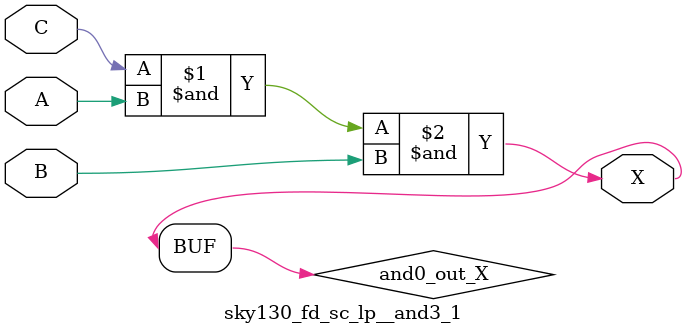
<source format=v>
/*
 * Copyright 2020 The SkyWater PDK Authors
 *
 * Licensed under the Apache License, Version 2.0 (the "License");
 * you may not use this file except in compliance with the License.
 * You may obtain a copy of the License at
 *
 *     https://www.apache.org/licenses/LICENSE-2.0
 *
 * Unless required by applicable law or agreed to in writing, software
 * distributed under the License is distributed on an "AS IS" BASIS,
 * WITHOUT WARRANTIES OR CONDITIONS OF ANY KIND, either express or implied.
 * See the License for the specific language governing permissions and
 * limitations under the License.
 *
 * SPDX-License-Identifier: Apache-2.0
*/


`ifndef SKY130_FD_SC_LP__AND3_1_FUNCTIONAL_V
`define SKY130_FD_SC_LP__AND3_1_FUNCTIONAL_V

/**
 * and3: 3-input AND.
 *
 * Verilog simulation functional model.
 */

`timescale 1ns / 1ps
`default_nettype none

`celldefine
module sky130_fd_sc_lp__and3_1 (
    X,
    A,
    B,
    C
);

    // Module ports
    output X;
    input  A;
    input  B;
    input  C;

    // Local signals
    wire and0_out_X;

    //  Name  Output      Other arguments
    and and0 (and0_out_X, C, A, B        );
    buf buf0 (X         , and0_out_X     );

endmodule
`endcelldefine

`default_nettype wire
`endif  // SKY130_FD_SC_LP__AND3_1_FUNCTIONAL_V

</source>
